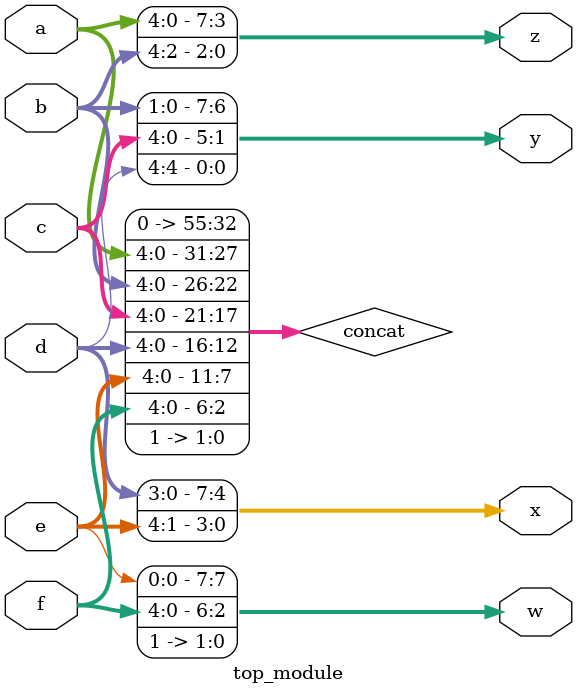
<source format=sv>
module top_module (
	input [4:0] a,
	input [4:0] b,
	input [4:0] c,
	input [4:0] d,
	input [4:0] e,
	input [4:0] f,
	output [7:0] w,
	output [7:0] x,
	output [7:0] y,
	output [7:0] z
);

	// The concatenation of input signals
	wire [55:0] concat;
	assign concat = {a, b, c, d, e, f, 2'b11};

	// Assigning the concatenated value to output ports
	assign w = concat[ 7: 0];
	assign x = concat[15: 8];
	assign y = concat[23:16];
	assign z = concat[31:24];

endmodule

</source>
